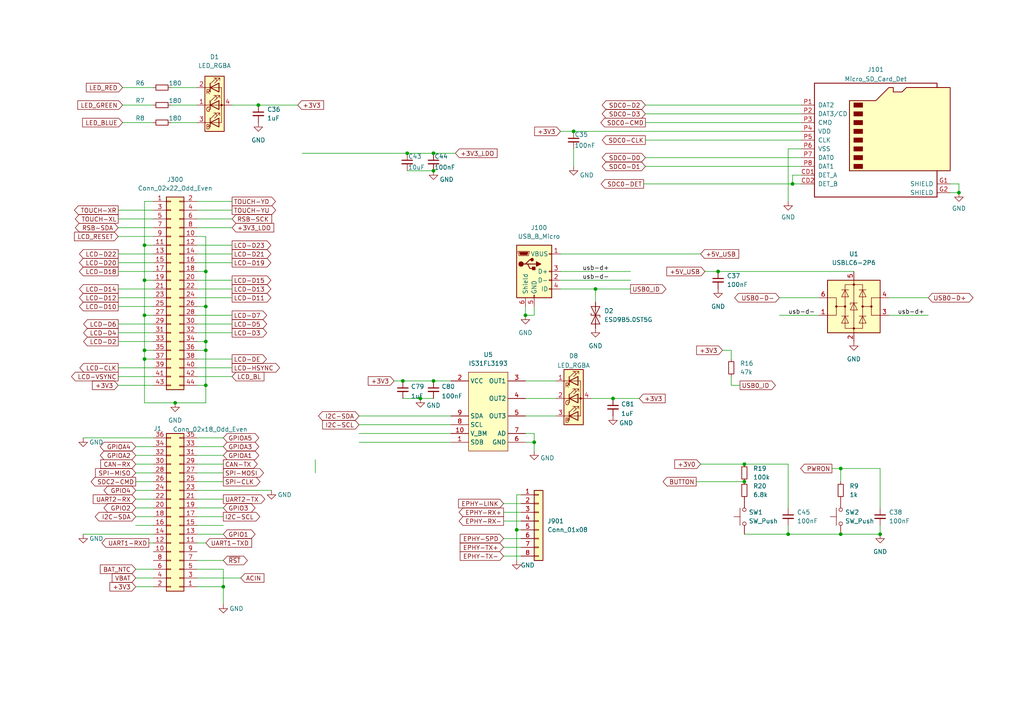
<source format=kicad_sch>
(kicad_sch (version 20250114) (generator "eeschema") (generator_version "9.0")
  (paper "A4")
  (lib_symbols
    (symbol "Connector:USB_B_Micro" (pin_names (offset 1.016))
      (property "Reference" "J" (at -5.08 11.43 0))
      (property "Value" "USB_B_Micro" (at -5.08 8.89 0))
      (symbol "USB_B_Micro_1_1"
        (pin passive line (at -2.54 -10.16 90) (length 2.54) (name "Shield") (number "6"))
        (pin power_out line (at 0 -10.16 90) (length 2.54) (name "GND") (number "5"))
        (pin power_out line (at 7.62 5.08 180) (length 2.54) (name "VBUS") (number "1"))
        (pin bidirectional line (at 7.62 0 180) (length 2.54) (name "D+") (number "3"))
        (pin bidirectional line (at 7.62 -2.54 180) (length 2.54) (name "D-") (number "2"))
        (pin passive line (at 7.62 -5.08 180) (length 2.54) (name "ID") (number "4"))
      )
    )
    (symbol "Connector_Generic:Conn_01x08" (pin_names (offset 1.016) (hide yes))
      (property "Reference" "J" (at 0 10.16 0))
      (property "Value" "Conn_01x08" (at 0 -12.7 0))
      (symbol "Conn_01x08_1_1"
        (pin passive line (at -5.08 7.62 0) (length 3.81) (name "Pin_1") (number "1"))
        (pin passive line (at -5.08 5.08 0) (length 3.81) (name "Pin_2") (number "2"))
        (pin passive line (at -5.08 2.54 0) (length 3.81) (name "Pin_3") (number "3"))
        (pin passive line (at -5.08 0 0) (length 3.81) (name "Pin_4") (number "4"))
        (pin passive line (at -5.08 -2.54 0) (length 3.81) (name "Pin_5") (number "5"))
        (pin passive line (at -5.08 -5.08 0) (length 3.81) (name "Pin_6") (number "6"))
        (pin passive line (at -5.08 -7.62 0) (length 3.81) (name "Pin_7") (number "7"))
        (pin passive line (at -5.08 -10.16 0) (length 3.81) (name "Pin_8") (number "8"))
      )
    )
    (symbol "Connector_Generic:Conn_02x18_Odd_Even" (pin_names (offset 1.016) (hide yes))
      (property "Reference" "J" (at 1.27 22.86 0))
      (property "Value" "Conn_02x18_Odd_Even" (at 1.27 -25.4 0))
      (symbol "Conn_02x18_Odd_Even_1_1"
        (pin passive line (at -5.08 20.32 0) (length 3.81) (name "Pin_1") (number "1"))
        (pin passive line (at -5.08 17.78 0) (length 3.81) (name "Pin_3") (number "3"))
        (pin passive line (at -5.08 15.24 0) (length 3.81) (name "Pin_5") (number "5"))
        (pin passive line (at -5.08 12.7 0) (length 3.81) (name "Pin_7") (number "7"))
        (pin passive line (at -5.08 10.16 0) (length 3.81) (name "Pin_9") (number "9"))
        (pin passive line (at -5.08 7.62 0) (length 3.81) (name "Pin_11") (number "11"))
        (pin passive line (at -5.08 5.08 0) (length 3.81) (name "Pin_13") (number "13"))
        (pin passive line (at -5.08 2.54 0) (length 3.81) (name "Pin_15") (number "15"))
        (pin passive line (at -5.08 0 0) (length 3.81) (name "Pin_17") (number "17"))
        (pin passive line (at -5.08 -2.54 0) (length 3.81) (name "Pin_19") (number "19"))
        (pin passive line (at -5.08 -5.08 0) (length 3.81) (name "Pin_21") (number "21"))
        (pin passive line (at -5.08 -7.62 0) (length 3.81) (name "Pin_23") (number "23"))
        (pin passive line (at -5.08 -10.16 0) (length 3.81) (name "Pin_25") (number "25"))
        (pin passive line (at -5.08 -12.7 0) (length 3.81) (name "Pin_27") (number "27"))
        (pin passive line (at -5.08 -15.24 0) (length 3.81) (name "Pin_29") (number "29"))
        (pin passive line (at -5.08 -17.78 0) (length 3.81) (name "Pin_31") (number "31"))
        (pin passive line (at -5.08 -20.32 0) (length 3.81) (name "Pin_33") (number "33"))
        (pin passive line (at -5.08 -22.86 0) (length 3.81) (name "Pin_35") (number "35"))
        (pin passive line (at 7.62 20.32 180) (length 3.81) (name "Pin_2") (number "2"))
        (pin passive line (at 7.62 17.78 180) (length 3.81) (name "Pin_4") (number "4"))
        (pin passive line (at 7.62 15.24 180) (length 3.81) (name "Pin_6") (number "6"))
        (pin passive line (at 7.62 12.7 180) (length 3.81) (name "Pin_8") (number "8"))
        (pin passive line (at 7.62 10.16 180) (length 3.81) (name "Pin_10") (number "10"))
        (pin passive line (at 7.62 7.62 180) (length 3.81) (name "Pin_12") (number "12"))
        (pin passive line (at 7.62 5.08 180) (length 3.81) (name "Pin_14") (number "14"))
        (pin passive line (at 7.62 2.54 180) (length 3.81) (name "Pin_16") (number "16"))
        (pin passive line (at 7.62 0 180) (length 3.81) (name "Pin_18") (number "18"))
        (pin passive line (at 7.62 -2.54 180) (length 3.81) (name "Pin_20") (number "20"))
        (pin passive line (at 7.62 -5.08 180) (length 3.81) (name "Pin_22") (number "22"))
        (pin passive line (at 7.62 -7.62 180) (length 3.81) (name "Pin_24") (number "24"))
        (pin passive line (at 7.62 -10.16 180) (length 3.81) (name "Pin_26") (number "26"))
        (pin passive line (at 7.62 -12.7 180) (length 3.81) (name "Pin_28") (number "28"))
        (pin passive line (at 7.62 -15.24 180) (length 3.81) (name "Pin_30") (number "30"))
        (pin passive line (at 7.62 -17.78 180) (length 3.81) (name "Pin_32") (number "32"))
        (pin passive line (at 7.62 -20.32 180) (length 3.81) (name "Pin_34") (number "34"))
        (pin passive line (at 7.62 -22.86 180) (length 3.81) (name "Pin_36") (number "36"))
      )
    )
    (symbol "Connector_Generic:Conn_02x22_Odd_Even" (pin_names (offset 1.016) (hide yes))
      (property "Reference" "J" (at 1.27 27.94 0))
      (property "Value" "Conn_02x22_Odd_Even" (at 1.27 -30.48 0))
      (symbol "Conn_02x22_Odd_Even_1_1"
        (pin passive line (at -5.08 25.4 0) (length 3.81) (name "Pin_1") (number "1"))
        (pin passive line (at -5.08 22.86 0) (length 3.81) (name "Pin_3") (number "3"))
        (pin passive line (at -5.08 20.32 0) (length 3.81) (name "Pin_5") (number "5"))
        (pin passive line (at -5.08 17.78 0) (length 3.81) (name "Pin_7") (number "7"))
        (pin passive line (at -5.08 15.24 0) (length 3.81) (name "Pin_9") (number "9"))
        (pin passive line (at -5.08 12.7 0) (length 3.81) (name "Pin_11") (number "11"))
        (pin passive line (at -5.08 10.16 0) (length 3.81) (name "Pin_13") (number "13"))
        (pin passive line (at -5.08 7.62 0) (length 3.81) (name "Pin_15") (number "15"))
        (pin passive line (at -5.08 5.08 0) (length 3.81) (name "Pin_17") (number "17"))
        (pin passive line (at -5.08 2.54 0) (length 3.81) (name "Pin_19") (number "19"))
        (pin passive line (at -5.08 0 0) (length 3.81) (name "Pin_21") (number "21"))
        (pin passive line (at -5.08 -2.54 0) (length 3.81) (name "Pin_23") (number "23"))
        (pin passive line (at -5.08 -5.08 0) (length 3.81) (name "Pin_25") (number "25"))
        (pin passive line (at -5.08 -7.62 0) (length 3.81) (name "Pin_27") (number "27"))
        (pin passive line (at -5.08 -10.16 0) (length 3.81) (name "Pin_29") (number "29"))
        (pin passive line (at -5.08 -12.7 0) (length 3.81) (name "Pin_31") (number "31"))
        (pin passive line (at -5.08 -15.24 0) (length 3.81) (name "Pin_33") (number "33"))
        (pin passive line (at -5.08 -17.78 0) (length 3.81) (name "Pin_35") (number "35"))
        (pin passive line (at -5.08 -20.32 0) (length 3.81) (name "Pin_37") (number "37"))
        (pin passive line (at -5.08 -22.86 0) (length 3.81) (name "Pin_39") (number "39"))
        (pin passive line (at -5.08 -25.4 0) (length 3.81) (name "Pin_41") (number "41"))
        (pin passive line (at -5.08 -27.94 0) (length 3.81) (name "Pin_43") (number "43"))
        (pin passive line (at 7.62 25.4 180) (length 3.81) (name "Pin_2") (number "2"))
        (pin passive line (at 7.62 22.86 180) (length 3.81) (name "Pin_4") (number "4"))
        (pin passive line (at 7.62 20.32 180) (length 3.81) (name "Pin_6") (number "6"))
        (pin passive line (at 7.62 17.78 180) (length 3.81) (name "Pin_8") (number "8"))
        (pin passive line (at 7.62 15.24 180) (length 3.81) (name "Pin_10") (number "10"))
        (pin passive line (at 7.62 12.7 180) (length 3.81) (name "Pin_12") (number "12"))
        (pin passive line (at 7.62 10.16 180) (length 3.81) (name "Pin_14") (number "14"))
        (pin passive line (at 7.62 7.62 180) (length 3.81) (name "Pin_16") (number "16"))
        (pin passive line (at 7.62 5.08 180) (length 3.81) (name "Pin_18") (number "18"))
        (pin passive line (at 7.62 2.54 180) (length 3.81) (name "Pin_20") (number "20"))
        (pin passive line (at 7.62 0 180) (length 3.81) (name "Pin_22") (number "22"))
        (pin passive line (at 7.62 -2.54 180) (length 3.81) (name "Pin_24") (number "24"))
        (pin passive line (at 7.62 -5.08 180) (length 3.81) (name "Pin_26") (number "26"))
        (pin passive line (at 7.62 -7.62 180) (length 3.81) (name "Pin_28") (number "28"))
        (pin passive line (at 7.62 -10.16 180) (length 3.81) (name "Pin_30") (number "30"))
        (pin passive line (at 7.62 -12.7 180) (length 3.81) (name "Pin_32") (number "32"))
        (pin passive line (at 7.62 -15.24 180) (length 3.81) (name "Pin_34") (number "34"))
        (pin passive line (at 7.62 -17.78 180) (length 3.81) (name "Pin_36") (number "36"))
        (pin passive line (at 7.62 -20.32 180) (length 3.81) (name "Pin_38") (number "38"))
        (pin passive line (at 7.62 -22.86 180) (length 3.81) (name "Pin_40") (number "40"))
        (pin passive line (at 7.62 -25.4 180) (length 3.81) (name "Pin_42") (number "42"))
        (pin passive line (at 7.62 -27.94 180) (length 3.81) (name "Pin_44") (number "44"))
      )
    )
    (symbol "Device:C_Small" (pin_numbers (hide yes)) (pin_names (offset 0.254) (hide yes))
      (property "Reference" "C" (at 0.254 1.778 0))
      (property "Value" "C_Small" (at 0.254 -2.032 0))
      (symbol "C_Small_1_1"
        (pin passive line (at 0 2.54 270) (length 2.032) (name "~") (number "1"))
        (pin passive line (at 0 -2.54 90) (length 2.032) (name "~") (number "2"))
      )
    )
    (symbol "Device:LED_GRBA" (pin_names (offset 0) (hide yes))
      (property "Reference" "D" (at 0 9.398 0))
      (property "Value" "LED_GRBA" (at 0 -8.89 0))
      (symbol "LED_GRBA_0_0"
        (text "R" (at -1.905 3.81 0) (effects (font (size 1.27 1.27))))
        (text "G" (at -1.905 -1.27 0) (effects (font (size 1.27 1.27))))
        (text "B" (at -1.905 -6.35 0) (effects (font (size 1.27 1.27))))
      )
      (symbol "LED_GRBA_1_1"
        (pin passive line (at -5.08 5.08 0) (length 2.54) (name "RK") (number "2"))
        (pin passive line (at -5.08 0 0) (length 2.54) (name "GK") (number "1"))
        (pin passive line (at -5.08 -5.08 0) (length 2.54) (name "BK") (number "3"))
        (pin passive line (at 5.08 0 180) (length 2.54) (name "A") (number "4"))
      )
    )
    (symbol "Device:LED_RGBA" (pin_names (offset 0) (hide yes))
      (property "Reference" "D" (at 0 9.398 0))
      (property "Value" "LED_RGBA" (at 0 -8.89 0))
      (symbol "LED_RGBA_0_0"
        (text "R" (at -1.905 3.81 0) (effects (font (size 1.27 1.27))))
        (text "G" (at -1.905 -1.27 0) (effects (font (size 1.27 1.27))))
        (text "B" (at -1.905 -6.35 0) (effects (font (size 1.27 1.27))))
      )
      (symbol "LED_RGBA_1_1"
        (pin passive line (at -5.08 5.08 0) (length 2.54) (name "RK") (number "1"))
        (pin passive line (at -5.08 0 0) (length 2.54) (name "GK") (number "2"))
        (pin passive line (at -5.08 -5.08 0) (length 2.54) (name "BK") (number "3"))
        (pin passive line (at 5.08 0 180) (length 2.54) (name "A") (number "4"))
      )
    )
    (symbol "Device:R_Small" (pin_numbers (hide yes)) (pin_names (offset 0.254) (hide yes))
      (property "Reference" "R" (at 0.762 0.508 0))
      (property "Value" "R_Small" (at 0.762 -1.016 0))
      (symbol "R_Small_1_1"
        (pin passive line (at 0 2.54 270) (length 0.762) (name "~") (number "1"))
        (pin passive line (at 0 -2.54 90) (length 0.762) (name "~") (number "2"))
      )
    )
    (symbol "Diode:ESD9B5.0ST5G" (pin_numbers (hide yes)) (pin_names (offset 1.016) (hide yes))
      (property "Reference" "D" (at 0 2.54 0))
      (property "Value" "ESD9B5.0ST5G" (at 0 -2.54 0))
      (symbol "ESD9B5.0ST5G_1_1"
        (pin passive line (at -3.81 0 0) (length 2.54) (name "A1") (number "1"))
        (pin passive line (at 3.81 0 180) (length 2.54) (name "A2") (number "2"))
      )
    )
    (symbol "Power_Protection:USBLC6-2P6" (pin_names (hide yes))
      (property "Reference" "U" (at 2.54 8.89 0))
      (property "Value" "USBLC6-2P6" (at 2.54 -8.89 0))
      (symbol "USBLC6-2P6_1_1"
        (pin passive line (at -10.16 2.54 0) (length 2.54) (name "I/O1") (number "6"))
        (pin passive line (at -10.16 -2.54 0) (length 2.54) (name "I/O1") (number "1"))
        (pin passive line (at 0 10.16 270) (length 2.54) (name "VBUS") (number "5"))
        (pin passive line (at 0 -10.16 90) (length 2.54) (name "GND") (number "2"))
        (pin passive line (at 10.16 2.54 180) (length 2.54) (name "I/O2") (number "4"))
        (pin passive line (at 10.16 -2.54 180) (length 2.54) (name "I/O2") (number "3"))
      )
    )
    (symbol "Switch:SW_Push" (pin_numbers (hide yes)) (pin_names (offset 1.016) (hide yes))
      (property "Reference" "SW" (at 1.27 2.54 0))
      (property "Value" "SW_Push" (at 0 -1.524 0))
      (symbol "SW_Push_0_1"
        (pin passive line (at -5.08 0 0) (length 2.54) (name "1") (number "1"))
        (pin passive line (at 5.08 0 180) (length 2.54) (name "2") (number "2"))
      )
    )
    (symbol "gct:Micro_SD_Card_Det" (pin_names (offset 1.016))
      (property "Reference" "J" (at -16.51 17.78 0))
      (property "Value" "Micro_SD_Card_Det" (at 16.51 17.78 0))
      (symbol "Micro_SD_Card_Det_1_1"
        (pin bidirectional line (at -22.86 10.16 0) (length 3.81) (name "DAT2") (number "P1"))
        (pin bidirectional line (at -22.86 7.62 0) (length 3.81) (name "DAT3/CD") (number "P2"))
        (pin input line (at -22.86 5.08 0) (length 3.81) (name "CMD") (number "P3"))
        (pin power_in line (at -22.86 2.54 0) (length 3.81) (name "VDD") (number "P4"))
        (pin input line (at -22.86 0 0) (length 3.81) (name "CLK") (number "P5"))
        (pin power_in line (at -22.86 -2.54 0) (length 3.81) (name "VSS") (number "P6"))
        (pin bidirectional line (at -22.86 -5.08 0) (length 3.81) (name "DAT0") (number "P7"))
        (pin bidirectional line (at -22.86 -7.62 0) (length 3.81) (name "DAT1") (number "P8"))
        (pin passive line (at -22.86 -10.16 0) (length 3.81) (name "DET_A") (number "CD1"))
        (pin passive line (at -22.86 -12.7 0) (length 3.81) (name "DET_B") (number "CD2"))
        (pin passive line (at 20.32 -12.7 180) (length 3.81) (name "SHIELD") (number "G1"))
        (pin passive line (at 20.32 -15.24 180) (length 3.81) (name "SHIELD") (number "G2"))
      )
    )
    (symbol "issi:IS31FL3193"
      (property "Reference" "U" (at 0 6.35 0))
      (property "Value" "IS31FL3193" (at 0 3.81 0))
      (symbol "IS31FL3193_1_1"
        (pin input line (at -11.43 -2.54 0) (length 5.08) (name "VCC") (number "2"))
        (pin input line (at -11.43 -12.7 0) (length 5.08) (name "SDA") (number "9"))
        (pin input line (at -11.43 -15.24 0) (length 5.08) (name "SCL") (number "8"))
        (pin input line (at -11.43 -17.78 0) (length 5.08) (name "V_BM") (number "10"))
        (pin input line (at -11.43 -20.32 0) (length 5.08) (name "SDB") (number "1"))
        (pin input line (at 10.16 -2.54 180) (length 5.08) (name "OUT1") (number "3"))
        (pin input line (at 10.16 -7.62 180) (length 5.08) (name "OUT2") (number "4"))
        (pin input line (at 10.16 -12.7 180) (length 5.08) (name "OUT3") (number "5"))
        (pin input line (at 10.16 -17.78 180) (length 5.08) (name "AD") (number "7"))
        (pin input line (at 10.16 -20.32 180) (length 5.08) (hide yes) (name "GND") (number "11"))
        (pin input line (at 10.16 -20.32 180) (length 5.08) (name "GND") (number "6"))
      )
    )
    (symbol "power:GND" (power) (pin_names (offset 0))
      (property "Value" "GND" (at 0 -3.81 0))
      (symbol "GND_1_1"
        (pin power_in line (at 0 0 270) (length 0) (hide yes) (name "GND") (number "1"))
      )
    )
  )
  (junction (at 215.9 139.7))
  (junction (at 125.73 49.53))
  (junction (at 243.84 154.94))
  (junction (at 121.92 115.57))
  (junction (at 59.69 88.9))
  (junction (at 118.11 44.45))
  (junction (at 59.69 111.76))
  (junction (at 172.72 83.82))
  (junction (at 41.91 71.12))
  (junction (at 64.77 170.18))
  (junction (at 154.94 128.27))
  (junction (at 59.69 78.74))
  (junction (at 229.87 53.34) (diameter 0.9144))
  (junction (at 59.69 101.6))
  (junction (at 243.84 135.89))
  (junction (at 177.8 115.57))
  (junction (at 116.84 110.49))
  (junction (at 228.6 154.94))
  (junction (at 125.73 44.45))
  (junction (at 149.86 153.67))
  (junction (at 41.91 101.6))
  (junction (at 215.9 134.62))
  (junction (at 41.91 104.14))
  (junction (at 255.27 154.94))
  (junction (at 166.37 38.1) (diameter 0.9144))
  (junction (at 41.91 91.44))
  (junction (at 59.69 99.06))
  (junction (at 278.13 55.88) (diameter 0.9144))
  (junction (at 208.28 78.74))
  (junction (at 50.8 116.84))
  (junction (at 125.73 110.49))
  (junction (at 152.4 91.44))
  (junction (at 74.93 30.48))
  (junction (at 41.91 81.28))
  (wire (pts (xy 212.09 104.14) (xy 212.09 101.6)))
  (wire (pts (xy 57.15 154.94) (xy 64.77 154.94)))
  (wire (pts (xy 39.37 137.16) (xy 44.45 137.16)))
  (wire (pts (xy 152.4 110.49) (xy 161.29 110.49)))
  (wire (pts (xy 59.69 99.06) (xy 59.69 101.6)))
  (wire (pts (xy 67.31 30.48) (xy 74.93 30.48)))
  (wire (pts (xy 186.69 53.34) (xy 229.87 53.34)))
  (wire (pts (xy 39.37 142.24) (xy 44.45 142.24)))
  (wire (pts (xy 152.4 128.27) (xy 154.94 128.27)))
  (wire (pts (xy 204.47 78.74) (xy 208.28 78.74)))
  (wire (pts (xy 39.37 144.78) (xy 44.45 144.78)))
  (wire (pts (xy 243.84 135.89) (xy 255.27 135.89)))
  (wire (pts (xy 212.09 111.76) (xy 212.09 109.22)))
  (wire (pts (xy 34.29 63.5) (xy 44.45 63.5)))
  (wire (pts (xy 166.37 38.1) (xy 232.41 38.1)))
  (wire (pts (xy 57.15 144.78) (xy 64.77 144.78)))
  (wire (pts (xy 57.15 139.7) (xy 64.77 139.7)))
  (wire (pts (xy 104.14 125.73) (xy 130.81 125.73)))
  (wire (pts (xy 34.29 106.68) (xy 44.45 106.68)))
  (wire (pts (xy 41.91 81.28) (xy 41.91 91.44)))
  (wire (pts (xy 104.14 123.19) (xy 130.81 123.19)))
  (wire (pts (xy 232.41 50.8) (xy 229.87 50.8)))
  (wire (pts (xy 57.15 129.54) (xy 64.77 129.54)))
  (wire (pts (xy 87.63 44.45) (xy 118.11 44.45)))
  (wire (pts (xy 34.29 96.52) (xy 44.45 96.52)))
  (wire (pts (xy 154.94 88.9) (xy 154.94 91.44)))
  (wire (pts (xy 228.6 154.94) (xy 243.84 154.94)))
  (wire (pts (xy 187.198 45.72) (xy 232.41 45.72)))
  (wire (pts (xy 41.91 116.84) (xy 50.8 116.84)))
  (wire (pts (xy 34.29 86.36) (xy 44.45 86.36)))
  (wire (pts (xy 152.4 120.65) (xy 161.29 120.65)))
  (wire (pts (xy 34.29 111.76) (xy 44.45 111.76)))
  (wire (pts (xy 57.15 71.12) (xy 67.31 71.12)))
  (wire (pts (xy 166.37 48.26) (xy 166.37 43.18)))
  (wire (pts (xy 149.86 153.67) (xy 151.13 153.67)))
  (wire (pts (xy 35.56 30.48) (xy 44.45 30.48)))
  (wire (pts (xy 57.15 165.1) (xy 64.77 165.1)))
  (wire (pts (xy 57.15 132.08) (xy 64.77 132.08)))
  (wire (pts (xy 41.91 71.12) (xy 44.45 71.12)))
  (wire (pts (xy 187.198 40.64) (xy 232.41 40.64)))
  (wire (pts (xy 57.15 91.44) (xy 67.31 91.44)))
  (wire (pts (xy 57.15 137.16) (xy 64.77 137.16)))
  (wire (pts (xy 39.37 165.1) (xy 44.45 165.1)))
  (wire (pts (xy 34.29 78.74) (xy 44.45 78.74)))
  (wire (pts (xy 257.81 86.36) (xy 269.24 86.36)))
  (wire (pts (xy 278.13 53.34) (xy 278.13 55.88)))
  (wire (pts (xy 162.56 73.66) (xy 203.2 73.66)))
  (wire (pts (xy 57.15 76.2) (xy 67.31 76.2)))
  (wire (pts (xy 209.55 101.6) (xy 212.09 101.6)))
  (wire (pts (xy 39.37 132.08) (xy 44.45 132.08)))
  (wire (pts (xy 187.198 48.26) (xy 232.41 48.26)))
  (wire (pts (xy 57.15 86.36) (xy 67.31 86.36)))
  (wire (pts (xy 39.37 129.54) (xy 44.45 129.54)))
  (wire (pts (xy 57.15 66.04) (xy 67.31 66.04)))
  (wire (pts (xy 215.9 154.94) (xy 228.6 154.94)))
  (wire (pts (xy 34.29 99.06) (xy 44.45 99.06)))
  (wire (pts (xy 116.84 110.49) (xy 125.73 110.49)))
  (wire (pts (xy 278.13 55.88) (xy 275.59 55.88)))
  (wire (pts (xy 146.05 146.05) (xy 151.13 146.05)))
  (wire (pts (xy 149.86 143.51) (xy 151.13 143.51)))
  (wire (pts (xy 255.27 152.4) (xy 255.27 154.94)))
  (wire (pts (xy 229.87 50.8) (xy 229.87 53.34)))
  (wire (pts (xy 146.05 148.59) (xy 151.13 148.59)))
  (wire (pts (xy 243.84 139.7) (xy 243.84 135.89)))
  (wire (pts (xy 243.84 154.94) (xy 255.27 154.94)))
  (wire (pts (xy 39.37 134.62) (xy 44.45 134.62)))
  (wire (pts (xy 41.91 81.28) (xy 44.45 81.28)))
  (wire (pts (xy 104.14 120.65) (xy 130.81 120.65)))
  (wire (pts (xy 41.91 104.14) (xy 41.91 116.84)))
  (wire (pts (xy 49.53 30.48) (xy 57.15 30.48)))
  (wire (pts (xy 59.69 68.58) (xy 59.69 78.74)))
  (wire (pts (xy 57.15 83.82) (xy 67.31 83.82)))
  (wire (pts (xy 57.15 149.86) (xy 64.77 149.86)))
  (wire (pts (xy 57.15 162.56) (xy 64.77 162.56)))
  (wire (pts (xy 116.84 115.57) (xy 121.92 115.57)))
  (wire (pts (xy 257.81 91.44) (xy 269.24 91.44)))
  (wire (pts (xy 171.45 115.57) (xy 177.8 115.57)))
  (wire (pts (xy 57.15 81.28) (xy 67.31 81.28)))
  (wire (pts (xy 57.15 152.4) (xy 64.77 152.4)))
  (wire (pts (xy 57.15 142.24) (xy 78.74 142.24)))
  (wire (pts (xy 39.37 170.18) (xy 44.45 170.18)))
  (wire (pts (xy 57.15 63.5) (xy 67.31 63.5)))
  (wire (pts (xy 24.13 154.94) (xy 44.45 154.94)))
  (wire (pts (xy 57.15 106.68) (xy 67.31 106.68)))
  (wire (pts (xy 74.93 30.48) (xy 86.36 30.48)))
  (wire (pts (xy 64.77 165.1) (xy 64.77 170.18)))
  (wire (pts (xy 59.69 78.74) (xy 59.69 88.9)))
  (wire (pts (xy 118.11 49.53) (xy 125.73 49.53)))
  (wire (pts (xy 39.37 167.64) (xy 44.45 167.64)))
  (wire (pts (xy 187.198 33.02) (xy 232.41 33.02)))
  (wire (pts (xy 43.18 157.48) (xy 44.45 157.48)))
  (wire (pts (xy 121.92 115.57) (xy 125.73 115.57)))
  (wire (pts (xy 162.56 78.74) (xy 182.88 78.74)))
  (wire (pts (xy 59.69 101.6) (xy 59.69 111.76)))
  (wire (pts (xy 125.73 110.49) (xy 130.81 110.49)))
  (wire (pts (xy 149.86 153.67) (xy 149.86 162.56)))
  (wire (pts (xy 34.29 109.22) (xy 44.45 109.22)))
  (wire (pts (xy 59.69 111.76) (xy 59.69 116.84)))
  (wire (pts (xy 162.56 81.28) (xy 182.88 81.28)))
  (wire (pts (xy 34.29 66.04) (xy 44.45 66.04)))
  (wire (pts (xy 146.05 151.13) (xy 151.13 151.13)))
  (wire (pts (xy 57.15 170.18) (xy 64.77 170.18)))
  (wire (pts (xy 57.15 167.64) (xy 69.85 167.64)))
  (wire (pts (xy 57.15 93.98) (xy 67.31 93.98)))
  (wire (pts (xy 49.53 35.56) (xy 57.15 35.56)))
  (wire (pts (xy 146.05 158.75) (xy 151.13 158.75)))
  (wire (pts (xy 34.29 88.9) (xy 44.45 88.9)))
  (wire (pts (xy 57.15 78.74) (xy 59.69 78.74)))
  (wire (pts (xy 255.27 135.89) (xy 255.27 147.32)))
  (wire (pts (xy 57.15 134.62) (xy 64.77 134.62)))
  (wire (pts (xy 34.29 83.82) (xy 44.45 83.82)))
  (wire (pts (xy 41.91 101.6) (xy 41.91 104.14)))
  (wire (pts (xy 149.86 143.51) (xy 149.86 153.67)))
  (wire (pts (xy 41.91 101.6) (xy 44.45 101.6)))
  (wire (pts (xy 64.77 170.18) (xy 64.77 175.26)))
  (wire (pts (xy 226.06 86.36) (xy 237.49 86.36)))
  (wire (pts (xy 24.13 127) (xy 44.45 127)))
  (wire (pts (xy 57.15 157.48) (xy 59.69 157.48)))
  (wire (pts (xy 39.37 139.7) (xy 44.45 139.7)))
  (wire (pts (xy 162.56 83.82) (xy 172.72 83.82)))
  (wire (pts (xy 57.15 147.32) (xy 64.77 147.32)))
  (wire (pts (xy 228.6 147.32) (xy 228.6 134.62)))
  (wire (pts (xy 208.28 78.74) (xy 247.65 78.74)))
  (wire (pts (xy 39.37 149.86) (xy 44.45 149.86)))
  (wire (pts (xy 44.45 58.42) (xy 41.91 58.42)))
  (wire (pts (xy 152.4 125.73) (xy 154.94 125.73)))
  (wire (pts (xy 57.15 58.42) (xy 67.31 58.42)))
  (wire (pts (xy 59.69 88.9) (xy 59.69 99.06)))
  (wire (pts (xy 49.53 25.4) (xy 57.15 25.4)))
  (wire (pts (xy 241.3 135.89) (xy 243.84 135.89)))
  (wire (pts (xy 57.15 96.52) (xy 67.31 96.52)))
  (wire (pts (xy 39.37 147.32) (xy 44.45 147.32)))
  (wire (pts (xy 57.15 88.9) (xy 59.69 88.9)))
  (wire (pts (xy 226.06 91.44) (xy 237.49 91.44)))
  (wire (pts (xy 214.63 111.76) (xy 212.09 111.76)))
  (wire (pts (xy 232.41 43.18) (xy 228.6 43.18)))
  (wire (pts (xy 172.72 83.82) (xy 172.72 87.63)))
  (wire (pts (xy 34.29 76.2) (xy 44.45 76.2)))
  (wire (pts (xy 35.56 35.56) (xy 44.45 35.56)))
  (wire (pts (xy 41.91 71.12) (xy 41.91 81.28)))
  (wire (pts (xy 59.69 116.84) (xy 50.8 116.84)))
  (wire (pts (xy 41.91 91.44) (xy 44.45 91.44)))
  (wire (pts (xy 114.3 110.49) (xy 116.84 110.49)))
  (wire (pts (xy 146.05 161.29) (xy 151.13 161.29)))
  (wire (pts (xy 34.29 68.58) (xy 44.45 68.58)))
  (wire (pts (xy 57.15 73.66) (xy 67.31 73.66)))
  (wire (pts (xy 57.15 99.06) (xy 59.69 99.06)))
  (wire (pts (xy 152.4 88.9) (xy 152.4 91.44)))
  (wire (pts (xy 275.59 53.34) (xy 278.13 53.34)))
  (wire (pts (xy 34.29 93.98) (xy 44.45 93.98)))
  (wire (pts (xy 34.29 73.66) (xy 44.45 73.66)))
  (wire (pts (xy 146.05 156.21) (xy 151.13 156.21)))
  (wire (pts (xy 228.6 43.18) (xy 228.6 58.42)))
  (wire (pts (xy 57.15 60.96) (xy 67.31 60.96)))
  (wire (pts (xy 201.93 139.7) (xy 215.9 139.7)))
  (wire (pts (xy 35.56 25.4) (xy 44.45 25.4)))
  (wire (pts (xy 228.6 134.62) (xy 215.9 134.62)))
  (wire (pts (xy 162.56 38.1) (xy 166.37 38.1)))
  (wire (pts (xy 91.44 137.16) (xy 91.44 133.35)))
  (wire (pts (xy 118.11 44.45) (xy 125.73 44.45)))
  (wire (pts (xy 154.94 125.73) (xy 154.94 128.27)))
  (wire (pts (xy 57.15 111.76) (xy 59.69 111.76)))
  (wire (pts (xy 57.15 127) (xy 64.77 127)))
  (wire (pts (xy 228.6 152.4) (xy 228.6 154.94)))
  (wire (pts (xy 152.4 115.57) (xy 161.29 115.57)))
  (wire (pts (xy 152.4 91.44) (xy 154.94 91.44)))
  (wire (pts (xy 203.2 134.62) (xy 215.9 134.62)))
  (wire (pts (xy 104.14 128.27) (xy 130.81 128.27)))
  (wire (pts (xy 229.87 53.34) (xy 232.41 53.34)))
  (wire (pts (xy 57.15 101.6) (xy 59.69 101.6)))
  (wire (pts (xy 57.15 68.58) (xy 59.69 68.58)))
  (wire (pts (xy 172.72 83.82) (xy 182.88 83.82)))
  (wire (pts (xy 154.94 128.27) (xy 154.94 130.81)))
  (wire (pts (xy 187.198 30.48) (xy 232.41 30.48)))
  (wire (pts (xy 187.198 35.56) (xy 232.41 35.56)))
  (wire (pts (xy 57.15 104.14) (xy 67.31 104.14)))
  (wire (pts (xy 41.91 91.44) (xy 41.91 101.6)))
  (wire (pts (xy 41.91 104.14) (xy 44.45 104.14)))
  (wire (pts (xy 125.73 44.45) (xy 132.08 44.45)))
  (wire (pts (xy 39.37 152.4) (xy 44.45 152.4)))
  (wire (pts (xy 177.8 115.57) (xy 185.42 115.57)))
  (wire (pts (xy 57.15 109.22) (xy 67.31 109.22)))
  (wire (pts (xy 34.29 60.96) (xy 44.45 60.96)))
  (wire (pts (xy 41.91 58.42) (xy 41.91 71.12)))
  (label "usb-d+" (at 168.91 78.74 0))
  (label "usb-d-" (at 168.91 81.28 0))
  (label "usb-d+" (at 260.35 91.44 0))
  (label "usb-d-" (at 228.6 91.44 0))
  (global_label "GPIO1" (shape bidirectional) (at 64.77 154.94 0) (property "Intersheetrefs" "${INTERSHEET_REFS}" (effects (hide yes))))
  (global_label "I2C-SDA" (shape bidirectional) (at 104.14 120.65 180) (property "Intersheetrefs" "${INTERSHEET_REFS}" (effects (hide yes))))
  (global_label "LCD-D11" (shape output) (at 67.31 86.36 0) (property "Intersheetrefs" "${INTERSHEET_REFS}" (effects (hide yes))))
  (global_label "CAN-TX" (shape output) (at 64.77 134.62 0) (property "Intersheetrefs" "${INTERSHEET_REFS}" (effects (hide yes))))
  (global_label "RSB-SCK" (shape input) (at 67.31 63.5 0) (property "Intersheetrefs" "${INTERSHEET_REFS}" (effects (hide yes))))
  (global_label "+3V3_LDO" (shape input) (at 67.31 66.04 0) (property "Intersheetrefs" "${INTERSHEET_REFS}" (effects (hide yes))))
  (global_label "GPIOA3" (shape bidirectional) (at 64.77 129.54 0) (property "Intersheetrefs" "${INTERSHEET_REFS}" (effects (hide yes))))
  (global_label "LCD-D3" (shape output) (at 67.31 96.52 0) (property "Intersheetrefs" "${INTERSHEET_REFS}" (effects (hide yes))))
  (global_label "BAT_NTC" (shape input) (at 39.37 165.1 180) (property "Intersheetrefs" "${INTERSHEET_REFS}" (effects (hide yes))))
  (global_label "+5V_USB" (shape input) (at 203.2 73.66 0) (property "Intersheetrefs" "${INTERSHEET_REFS}" (effects (hide yes))))
  (global_label "SPI-MISO" (shape input) (at 39.37 137.16 180) (property "Intersheetrefs" "${INTERSHEET_REFS}" (effects (hide yes))))
  (global_label "EPHY-RX+" (shape output) (at 146.05 148.59 180) (property "Intersheetrefs" "${INTERSHEET_REFS}" (effects (hide yes))))
  (global_label "LCD-D22" (shape output) (at 34.29 73.66 180) (property "Intersheetrefs" "${INTERSHEET_REFS}" (effects (hide yes))))
  (global_label "TOUCH-XR" (shape output) (at 34.29 60.96 180) (property "Intersheetrefs" "${INTERSHEET_REFS}" (effects (hide yes))))
  (global_label "GPIO4" (shape bidirectional) (at 39.37 142.24 180) (property "Intersheetrefs" "${INTERSHEET_REFS}" (effects (hide yes))))
  (global_label "LCD_RESET" (shape input) (at 34.29 68.58 180) (property "Intersheetrefs" "${INTERSHEET_REFS}" (effects (hide yes))))
  (global_label "EPHY-TX-" (shape input) (at 146.05 161.29 180) (property "Intersheetrefs" "${INTERSHEET_REFS}" (effects (hide yes))))
  (global_label "SDC0-DET" (shape output) (at 186.69 53.34 180) (property "Intersheetrefs" "${INTERSHEET_REFS}" (effects (hide yes))))
  (global_label "EPHY-TX+" (shape input) (at 146.05 158.75 180) (property "Intersheetrefs" "${INTERSHEET_REFS}" (effects (hide yes))))
  (global_label "+3V3" (shape input) (at 39.37 170.18 180) (property "Intersheetrefs" "${INTERSHEET_REFS}" (effects (hide yes))))
  (global_label "+3V3" (shape input) (at 114.3 110.49 180) (property "Intersheetrefs" "${INTERSHEET_REFS}" (effects (hide yes))))
  (global_label "GPIOA5" (shape bidirectional) (at 64.77 127 0) (property "Intersheetrefs" "${INTERSHEET_REFS}" (effects (hide yes))))
  (global_label "USB0_ID" (shape output) (at 214.63 111.76 0) (property "Intersheetrefs" "${INTERSHEET_REFS}" (effects (hide yes))))
  (global_label "I2C-SDA" (shape bidirectional) (at 39.37 149.86 180) (property "Intersheetrefs" "${INTERSHEET_REFS}" (effects (hide yes))))
  (global_label "~{RST}" (shape bidirectional) (at 64.77 162.56 0) (property "Intersheetrefs" "${INTERSHEET_REFS}" (effects (hide yes))))
  (global_label "USB0_ID" (shape output) (at 182.88 83.82 0) (property "Intersheetrefs" "${INTERSHEET_REFS}" (effects (hide yes))))
  (global_label "EPHY-LINK" (shape input) (at 146.05 146.05 180) (property "Intersheetrefs" "${INTERSHEET_REFS}" (effects (hide yes))))
  (global_label "LCD_BL" (shape input) (at 67.31 109.22 0) (property "Intersheetrefs" "${INTERSHEET_REFS}" (effects (hide yes))))
  (global_label "+3V3_LDO" (shape input) (at 132.08 44.45 0) (property "Intersheetrefs" "${INTERSHEET_REFS}" (effects (hide yes))))
  (global_label "LCD-D10" (shape output) (at 34.29 88.9 180) (property "Intersheetrefs" "${INTERSHEET_REFS}" (effects (hide yes))))
  (global_label "RSB-SDA" (shape bidirectional) (at 34.29 66.04 180) (property "Intersheetrefs" "${INTERSHEET_REFS}" (effects (hide yes))))
  (global_label "LCD-D20" (shape output) (at 34.29 76.2 180) (property "Intersheetrefs" "${INTERSHEET_REFS}" (effects (hide yes))))
  (global_label "ACIN" (shape input) (at 69.85 167.64 0) (property "Intersheetrefs" "${INTERSHEET_REFS}" (effects (hide yes))))
  (global_label "USB0-D-" (shape bidirectional) (at 226.06 86.36 180) (property "Intersheetrefs" "${INTERSHEET_REFS}" (effects (hide yes))))
  (global_label "UART1-RXD" (shape output) (at 43.18 157.48 180) (property "Intersheetrefs" "${INTERSHEET_REFS}" (effects (hide yes))))
  (global_label "LED_GREEN" (shape input) (at 35.56 30.48 180) (property "Intersheetrefs" "${INTERSHEET_REFS}" (effects (hide yes))))
  (global_label "LCD-D18" (shape output) (at 34.29 78.74 180) (property "Intersheetrefs" "${INTERSHEET_REFS}" (effects (hide yes))))
  (global_label "BUTTON" (shape output) (at 201.93 139.7 180) (property "Intersheetrefs" "${INTERSHEET_REFS}" (effects (hide yes))))
  (global_label "LCD-D7" (shape output) (at 67.31 91.44 0) (property "Intersheetrefs" "${INTERSHEET_REFS}" (effects (hide yes))))
  (global_label "SDC0-D0" (shape bidirectional) (at 187.198 45.72 180) (property "Intersheetrefs" "${INTERSHEET_REFS}" (effects (hide yes))))
  (global_label "+3V3" (shape input) (at 185.42 115.57 0) (property "Intersheetrefs" "${INTERSHEET_REFS}" (effects (hide yes))))
  (global_label "UART2-RX" (shape input) (at 39.37 144.78 180) (property "Intersheetrefs" "${INTERSHEET_REFS}" (effects (hide yes))))
  (global_label "+3V0" (shape input) (at 203.2 134.62 180) (property "Intersheetrefs" "${INTERSHEET_REFS}" (effects (hide yes))))
  (global_label "LCD-VSYNC" (shape output) (at 34.29 109.22 180) (property "Intersheetrefs" "${INTERSHEET_REFS}" (effects (hide yes))))
  (global_label "LED_RED" (shape input) (at 35.56 25.4 180) (property "Intersheetrefs" "${INTERSHEET_REFS}" (effects (hide yes))))
  (global_label "UART1-TXD" (shape input) (at 59.69 157.48 0) (property "Intersheetrefs" "${INTERSHEET_REFS}" (effects (hide yes))))
  (global_label "SPI-MOSI" (shape output) (at 64.77 137.16 0) (property "Intersheetrefs" "${INTERSHEET_REFS}" (effects (hide yes))))
  (global_label "+3V3" (shape input) (at 162.56 38.1 180) (property "Intersheetrefs" "${INTERSHEET_REFS}" (effects (hide yes))))
  (global_label "GPIOA4" (shape bidirectional) (at 39.37 129.54 180) (property "Intersheetrefs" "${INTERSHEET_REFS}" (effects (hide yes))))
  (global_label "USB0-D+" (shape bidirectional) (at 269.24 86.36 0) (property "Intersheetrefs" "${INTERSHEET_REFS}" (effects (hide yes))))
  (global_label "LCD-D14" (shape output) (at 34.29 83.82 180) (property "Intersheetrefs" "${INTERSHEET_REFS}" (effects (hide yes))))
  (global_label "PWRON" (shape output) (at 241.3 135.89 180) (property "Intersheetrefs" "${INTERSHEET_REFS}" (effects (hide yes))))
  (global_label "LCD-D23" (shape output) (at 67.31 71.12 0) (property "Intersheetrefs" "${INTERSHEET_REFS}" (effects (hide yes))))
  (global_label "+3V3" (shape input) (at 34.29 111.76 180) (property "Intersheetrefs" "${INTERSHEET_REFS}" (effects (hide yes))))
  (global_label "EPHY-SPD" (shape input) (at 146.05 156.21 180) (property "Intersheetrefs" "${INTERSHEET_REFS}" (effects (hide yes))))
  (global_label "+5V_USB" (shape input) (at 204.47 78.74 180) (property "Intersheetrefs" "${INTERSHEET_REFS}" (effects (hide yes))))
  (global_label "LCD-D15" (shape output) (at 67.31 81.28 0) (property "Intersheetrefs" "${INTERSHEET_REFS}" (effects (hide yes))))
  (global_label "SDC0-D3" (shape bidirectional) (at 187.198 33.02 180) (property "Intersheetrefs" "${INTERSHEET_REFS}" (effects (hide yes))))
  (global_label "SDC2-CMD" (shape output) (at 39.37 139.7 180) (property "Intersheetrefs" "${INTERSHEET_REFS}" (effects (hide yes))))
  (global_label "LCD-DE" (shape output) (at 67.31 104.14 0) (property "Intersheetrefs" "${INTERSHEET_REFS}" (effects (hide yes))))
  (global_label "I2C-SCL" (shape input) (at 104.14 123.19 180) (property "Intersheetrefs" "${INTERSHEET_REFS}" (effects (hide yes))))
  (global_label "TOUCH-XL" (shape output) (at 34.29 63.5 180) (property "Intersheetrefs" "${INTERSHEET_REFS}" (effects (hide yes))))
  (global_label "LCD-CLK" (shape output) (at 34.29 106.68 180) (property "Intersheetrefs" "${INTERSHEET_REFS}" (effects (hide yes))))
  (global_label "UART2-TX" (shape output) (at 64.77 144.78 0) (property "Intersheetrefs" "${INTERSHEET_REFS}" (effects (hide yes))))
  (global_label "GPIO3" (shape bidirectional) (at 64.77 147.32 0) (property "Intersheetrefs" "${INTERSHEET_REFS}" (effects (hide yes))))
  (global_label "I2C-SCL" (shape output) (at 64.77 149.86 0) (property "Intersheetrefs" "${INTERSHEET_REFS}" (effects (hide yes))))
  (global_label "LCD-D13" (shape output) (at 67.31 83.82 0) (property "Intersheetrefs" "${INTERSHEET_REFS}" (effects (hide yes))))
  (global_label "GPIOA1" (shape bidirectional) (at 64.77 132.08 0) (property "Intersheetrefs" "${INTERSHEET_REFS}" (effects (hide yes))))
  (global_label "SPI-CLK" (shape output) (at 64.77 139.7 0) (property "Intersheetrefs" "${INTERSHEET_REFS}" (effects (hide yes))))
  (global_label "TOUCH-YD" (shape output) (at 67.31 58.42 0) (property "Intersheetrefs" "${INTERSHEET_REFS}" (effects (hide yes))))
  (global_label "LCD-HSYNC" (shape output) (at 67.31 106.68 0) (property "Intersheetrefs" "${INTERSHEET_REFS}" (effects (hide yes))))
  (global_label "LED_BLUE" (shape input) (at 35.56 35.56 180) (property "Intersheetrefs" "${INTERSHEET_REFS}" (effects (hide yes))))
  (global_label "+3V3" (shape input) (at 209.55 101.6 180) (property "Intersheetrefs" "${INTERSHEET_REFS}" (effects (hide yes))))
  (global_label "EPHY-RX-" (shape output) (at 146.05 151.13 180) (property "Intersheetrefs" "${INTERSHEET_REFS}" (effects (hide yes))))
  (global_label "LCD-D4" (shape output) (at 34.29 96.52 180) (property "Intersheetrefs" "${INTERSHEET_REFS}" (effects (hide yes))))
  (global_label "LCD-D19" (shape output) (at 67.31 76.2 0) (property "Intersheetrefs" "${INTERSHEET_REFS}" (effects (hide yes))))
  (global_label "SDC0-D2" (shape bidirectional) (at 187.198 30.48 180) (property "Intersheetrefs" "${INTERSHEET_REFS}" (effects (hide yes))))
  (global_label "LCD-D6" (shape output) (at 34.29 93.98 180) (property "Intersheetrefs" "${INTERSHEET_REFS}" (effects (hide yes))))
  (global_label "LCD-D2" (shape output) (at 34.29 99.06 180) (property "Intersheetrefs" "${INTERSHEET_REFS}" (effects (hide yes))))
  (global_label "GPIOA2" (shape bidirectional) (at 39.37 132.08 180) (property "Intersheetrefs" "${INTERSHEET_REFS}" (effects (hide yes))))
  (global_label "LCD-D12" (shape output) (at 34.29 86.36 180) (property "Intersheetrefs" "${INTERSHEET_REFS}" (effects (hide yes))))
  (global_label "SDC0-D1" (shape bidirectional) (at 187.198 48.26 180) (property "Intersheetrefs" "${INTERSHEET_REFS}" (effects (hide yes))))
  (global_label "CAN-RX" (shape input) (at 39.37 134.62 180) (property "Intersheetrefs" "${INTERSHEET_REFS}" (effects (hide yes))))
  (global_label "LCD-D21" (shape output) (at 67.31 73.66 0) (property "Intersheetrefs" "${INTERSHEET_REFS}" (effects (hide yes))))
  (global_label "SDC0-CLK" (shape output) (at 187.198 40.64 180) (property "Intersheetrefs" "${INTERSHEET_REFS}" (effects (hide yes))))
  (global_label "LCD-D5" (shape output) (at 67.31 93.98 0) (property "Intersheetrefs" "${INTERSHEET_REFS}" (effects (hide yes))))
  (global_label "TOUCH-YU" (shape output) (at 67.31 60.96 0) (property "Intersheetrefs" "${INTERSHEET_REFS}" (effects (hide yes))))
  (global_label "+3V3" (shape input) (at 86.36 30.48 0) (property "Intersheetrefs" "${INTERSHEET_REFS}" (effects (hide yes))))
  (global_label "GPIO2" (shape bidirectional) (at 39.37 147.32 180) (property "Intersheetrefs" "${INTERSHEET_REFS}" (effects (hide yes))))
  (global_label "VBAT" (shape input) (at 39.37 167.64 180) (property "Intersheetrefs" "${INTERSHEET_REFS}" (effects (hide yes))))
  (global_label "SDC0-CMD" (shape output) (at 187.198 35.56 180) (property "Intersheetrefs" "${INTERSHEET_REFS}" (effects (hide yes))))
  (symbol (lib_id "Device:LED_GRBA") (at 62.23 30.48 0) (unit 1)
    (property "Reference" "D1" (at 62.23 16.51 0))
    (property "Value" "LED_RGBA" (at 62.23 19.05 0))
    (property "Footprint" "led:rgb-1204" (effects (hide yes)))
  )
  (symbol (lib_id "Connector:USB_B_Micro") (at 154.94 78.74 0) (unit 1)
    (property "Reference" "J100" (at 156.337 66.04 0))
    (property "Value" "USB_B_Micro" (at 156.337 68.58 0))
    (property "Footprint" "Connector_USB:USB_Micro-B_Amphenol_10103594-0001LF_Horizontal" (effects (hide yes)))
  )
  (symbol (lib_id "Device:C_Small") (at 74.93 33.02 0) (unit 1)
    (property "Reference" "C36" (at 77.47 31.7499 0) (effects (justify left)))
    (property "Value" "1uF" (at 77.47 34.2899 0) (effects (justify left)))
    (property "Footprint" "Capacitor_SMD:C_0402_1005Metric" (effects (hide yes)))
  )
  (symbol (lib_id "Device:C_Small") (at 208.28 81.28 0) (unit 1)
    (property "Reference" "C37" (at 210.82 80.0099 0) (effects (justify left)))
    (property "Value" "100nF" (at 210.82 82.5499 0) (effects (justify left)))
    (property "Footprint" "Capacitor_SMD:C_0402_1005Metric" (effects (hide yes)))
  )
  (symbol (lib_id "Connector_Generic:Conn_02x18_Odd_Even") (at 52.07 149.86 180) (unit 1)
    (property "Reference" "J1" (at 45.72 124.3034 0))
    (property "Value" "Conn_02x18_Odd_Even" (at 60.96 124.5385 0))
    (property "Footprint" "Connector_PinHeader_2.54mm:PinHeader_2x18_P2.54mm_Vertical" (effects (hide yes)))
  )
  (symbol (lib_id "power:GND") (at 24.13 127 0) (unit 1)
    (property "Reference" "#PWR0125" (effects (hide yes)))
    (property "Value" "GND" (at 27.94 128.27 0))
  )
  (symbol (lib_id "power:GND") (at 152.4 91.44 0) (unit 1)
    (property "Reference" "#PWR0123" (effects (hide yes)))
    (property "Value" "GND" (at 152.4 96.52 0))
  )
  (symbol (lib_id "power:GND") (at 154.94 130.81 0) (unit 1)
    (property "Reference" "#PWR023" (effects (hide yes)))
    (property "Value" "GND" (at 158.75 132.8326 0))
  )
  (symbol (lib_id "Device:R_Small") (at 215.9 137.16 0) (unit 1)
    (property "Reference" "R19" (at 218.44 135.8899 0) (effects (justify left)))
    (property "Value" "100k" (at 218.44 138.4299 0) (effects (justify left)))
    (property "Footprint" "Resistor_SMD:R_0402_1005Metric" (effects (hide yes)))
  )
  (symbol (lib_id "power:GND") (at 121.92 115.57 0) (unit 1)
    (property "Reference" "#PWR022" (effects (hide yes)))
    (property "Value" "GND" (at 125.73 117.5926 0))
  )
  (symbol (lib_id "power:GND") (at 278.13 55.88 0) (unit 1)
    (property "Reference" "#PWR0118" (effects (hide yes)))
    (property "Value" "GND" (at 278.13 60.4426 0))
  )
  (symbol (lib_id "Device:C_Small") (at 166.37 40.64 0) (unit 1)
    (property "Reference" "C35" (at 166.6451 39.0134 0) (effects (justify left)))
    (property "Value" "100nF" (at 166.5966 42.1995 0) (effects (justify left)))
    (property "Footprint" "Capacitor_SMD:C_0603_1608Metric" (effects (hide yes)))
  )
  (symbol (lib_id "power:GND") (at 64.77 175.26 0) (unit 1)
    (property "Reference" "#PWR0122" (effects (hide yes)))
    (property "Value" "GND" (at 68.58 176.53 0))
  )
  (symbol (lib_id "power:GND") (at 172.72 95.25 0) (unit 1)
    (property "Reference" "#PWR0166" (effects (hide yes)))
    (property "Value" "GND" (at 172.72 100.33 0))
  )
  (symbol (lib_id "Device:R_Small") (at 215.9 142.24 0) (unit 1)
    (property "Reference" "R20" (at 218.44 140.9699 0) (effects (justify left)))
    (property "Value" "6.8k" (at 218.44 143.5099 0) (effects (justify left)))
    (property "Footprint" "Resistor_SMD:R_0402_1005Metric" (effects (hide yes)))
  )
  (symbol (lib_id "Device:R_Small") (at 243.84 142.24 0) (unit 1)
    (property "Reference" "R9" (at 246.38 140.9699 0) (effects (justify left)))
    (property "Value" "1k" (at 246.38 143.5099 0) (effects (justify left)))
    (property "Footprint" "Resistor_SMD:R_0402_1005Metric" (effects (hide yes)))
  )
  (symbol (lib_id "Device:C_Small") (at 177.8 118.11 0) (unit 1)
    (property "Reference" "C81" (at 180.1242 117.2015 0) (effects (justify left)))
    (property "Value" "1uF" (at 180.1242 119.9766 0) (effects (justify left)))
    (property "Footprint" "Capacitor_SMD:C_0402_1005Metric" (effects (hide yes)))
  )
  (symbol (lib_id "Connector_Generic:Conn_02x22_Odd_Even") (at 49.53 83.82 0) (unit 1)
    (property "Reference" "J300" (at 50.8 52.07 0))
    (property "Value" "Conn_02x22_Odd_Even" (at 50.8 54.61 0))
    (property "Footprint" "Connector_PinHeader_1.27mm:PinHeader_2x22_P1.27mm_Vertical" (effects (hide yes)))
  )
  (symbol (lib_id "Device:LED_RGBA") (at 166.37 115.57 0) (unit 1)
    (property "Reference" "D8" (at 166.37 103.2214 0))
    (property "Value" "LED_RGBA" (at 166.37 105.9965 0))
    (property "Footprint" "led:rgb-1204" (effects (hide yes)))
  )
  (symbol (lib_id "power:GND") (at 50.8 116.84 0) (unit 1)
    (property "Reference" "#PWR0171" (effects (hide yes)))
    (property "Value" "GND" (at 50.8 121.92 0))
  )
  (symbol (lib_id "Device:C_Small") (at 125.73 113.03 0) (unit 1)
    (property "Reference" "C80" (at 128.0542 112.1215 0) (effects (justify left)))
    (property "Value" "100nF" (at 128.0542 114.8966 0) (effects (justify left)))
    (property "Footprint" "Capacitor_SMD:C_0402_1005Metric" (effects (hide yes)))
  )
  (symbol (lib_id "issi:IS31FL3193") (at 142.24 107.95 0) (unit 1)
    (property "Reference" "U5" (at 141.605 102.87 0))
    (property "Value" "IS31FL3193" (at 141.605 105.41 0))
    (property "Footprint" "Package_DFN_QFN:DFN-10-1EP_3x3mm_P0.5mm_EP1.7x2.5mm" (effects (hide yes)))
  )
  (symbol (lib_id "Connector_Generic:Conn_01x08") (at 156.21 151.13 0) (unit 1)
    (property "Reference" "J901" (at 158.75 151.1299 0) (effects (justify left)))
    (property "Value" "Conn_01x08" (at 158.75 153.6699 0) (effects (justify left)))
    (property "Footprint" "Connector_PinSocket_1.27mm:PinSocket_2x04_P1.27mm_Vertical" (effects (hide yes)))
    (property "Description" "Generic connector, single row, 01x08, script generated (kicad-library-utils/schlib/autogen/connector/)" (effects (hide yes)))
  )
  (symbol (lib_id "Device:R_Small") (at 212.09 106.68 0) (unit 1)
    (property "Reference" "R16" (at 214.63 105.4099 0) (effects (justify left)))
    (property "Value" "47k" (at 214.63 107.9499 0) (effects (justify left)))
    (property "Footprint" "Resistor_SMD:R_0402_1005Metric" (effects (hide yes)))
  )
  (symbol (lib_id "gct:Micro_SD_Card_Det") (at 255.27 40.64 0) (unit 1)
    (property "Reference" "J101" (at 254 20.1634 0))
    (property "Value" "Micro_SD_Card_Det" (at 254 22.9385 0))
    (property "Footprint" "gct:MEM20610118800A" (effects (hide yes)))
    (property "Datasheet" "https://www.hirose.com/product/en/download_file/key_name/DM3/category/Catalog/doc_file_id/49662/?file_category_id=4&item_id=195&is_series=1" (effects (hide yes)))
  )
  (symbol (lib_id "power:GND") (at 228.6 58.42 0) (unit 1)
    (property "Reference" "#PWR0119" (effects (hide yes)))
    (property "Value" "GND" (at 228.6 62.9826 0))
  )
  (symbol (lib_id "power:GND") (at 208.28 83.82 0) (unit 1)
    (property "Reference" "#PWR0128" (effects (hide yes)))
    (property "Value" "GND" (at 208.28 88.9 0))
  )
  (symbol (lib_id "Device:R_Small") (at 46.99 25.4 90) (unit 1)
    (property "Reference" "R6" (at 40.64 24.13 90))
    (property "Value" "180" (at 50.8 24.13 90))
    (property "Footprint" "Resistor_SMD:R_0402_1005Metric" (effects (hide yes)))
  )
  (symbol (lib_id "Power_Protection:USBLC6-2P6") (at 247.65 88.9 0) (unit 1)
    (property "Reference" "U1" (at 247.65 73.66 0))
    (property "Value" "USBLC6-2P6" (at 247.65 76.2 0))
    (property "Footprint" "Package_TO_SOT_SMD:SOT-23-6" (effects (hide yes)))
    (property "Datasheet" "https://www.st.com/resource/en/datasheet/usblc6-2.pdf" (effects (hide yes)))
  )
  (symbol (lib_id "Device:R_Small") (at 46.99 30.48 90) (unit 1)
    (property "Reference" "R7" (at 40.64 29.21 90))
    (property "Value" "180" (at 50.8 29.21 90))
    (property "Footprint" "Resistor_SMD:R_0402_1005Metric" (effects (hide yes)))
  )
  (symbol (lib_id "Device:C_Small") (at 116.84 113.03 0) (unit 1)
    (property "Reference" "C79" (at 119.1642 112.1215 0) (effects (justify left)))
    (property "Value" "1uF" (at 119.1642 114.8966 0) (effects (justify left)))
    (property "Footprint" "Capacitor_SMD:C_0402_1005Metric" (effects (hide yes)))
  )
  (symbol (lib_id "Device:C_Small") (at 228.6 149.86 0) (unit 1)
    (property "Reference" "C45" (at 231.14 148.5899 0) (effects (justify left)))
    (property "Value" "100nF" (at 231.14 151.1299 0) (effects (justify left)))
    (property "Footprint" "Capacitor_SMD:C_0402_1005Metric" (effects (hide yes)))
  )
  (symbol (lib_id "Device:R_Small") (at 46.99 35.56 90) (unit 1)
    (property "Reference" "R8" (at 40.64 34.29 90))
    (property "Value" "180" (at 50.8 34.29 90))
    (property "Footprint" "Resistor_SMD:R_0402_1005Metric" (effects (hide yes)))
  )
  (symbol (lib_id "power:GND") (at 125.73 49.53 0) (unit 1)
    (property "Reference" "#PWR0172" (effects (hide yes)))
    (property "Value" "GND" (at 129.54 52.07 0))
  )
  (symbol (lib_id "power:GND") (at 255.27 154.94 0) (unit 1)
    (property "Reference" "#PWR0130" (effects (hide yes)))
    (property "Value" "GND" (at 255.27 160.02 0))
  )
  (symbol (lib_id "power:GND") (at 149.86 162.56 0) (unit 1)
    (property "Reference" "#PWR025" (effects (hide yes)))
    (property "Value" "GND" (at 153.035 163.9476 0))
  )
  (symbol (lib_id "power:GND") (at 74.93 35.56 0) (unit 1)
    (property "Reference" "#PWR0124" (effects (hide yes)))
    (property "Value" "GND" (at 74.93 40.64 0))
  )
  (symbol (lib_id "Diode:ESD9B5.0ST5G") (at 172.72 91.44 270) (unit 1)
    (property "Reference" "D2" (at 175.26 90.1699 90) (effects (justify left)))
    (property "Value" "ESD9B5.0ST5G" (at 175.26 92.7099 90) (effects (justify left)))
    (property "Footprint" "Diode_SMD:D_SOD-923" (effects (hide yes)))
    (property "Datasheet" "https://www.onsemi.com/pub/Collateral/ESD9B-D.PDF" (effects (hide yes)))
  )
  (symbol (lib_id "Switch:SW_Push") (at 243.84 149.86 90) (unit 1)
    (property "Reference" "SW2" (at 245.11 148.5899 90) (effects (justify right)))
    (property "Value" "SW_Push" (at 245.11 151.1299 90) (effects (justify right)))
    (property "Footprint" "Button_Switch_SMD:SW_SPST_EVQP7C" (effects (hide yes)))
  )
  (symbol (lib_id "Device:C_Small") (at 118.11 46.99 0) (unit 1)
    (property "Reference" "C43" (at 118.3851 45.3634 0) (effects (justify left)))
    (property "Value" "10uF" (at 118.3366 48.5495 0) (effects (justify left)))
    (property "Footprint" "Capacitor_SMD:C_0603_1608Metric" (effects (hide yes)))
  )
  (symbol (lib_id "power:GND") (at 177.8 120.65 0) (unit 1)
    (property "Reference" "#PWR024" (effects (hide yes)))
    (property "Value" "GND" (at 181.61 122.6726 0))
  )
  (symbol (lib_id "Device:C_Small") (at 255.27 149.86 0) (unit 1)
    (property "Reference" "C38" (at 257.81 148.5899 0) (effects (justify left)))
    (property "Value" "100nF" (at 257.81 151.1299 0) (effects (justify left)))
    (property "Footprint" "Capacitor_SMD:C_0402_1005Metric" (effects (hide yes)))
  )
  (symbol (lib_id "power:GND") (at 24.13 154.94 0) (unit 1)
    (property "Reference" "#PWR0127" (effects (hide yes)))
    (property "Value" "GND" (at 27.94 156.21 0))
  )
  (symbol (lib_id "power:GND") (at 247.65 99.06 0) (unit 1)
    (property "Reference" "#PWR0129" (effects (hide yes)))
    (property "Value" "GND" (at 247.65 104.14 0))
  )
  (symbol (lib_id "power:GND") (at 78.74 142.24 0) (unit 1)
    (property "Reference" "#PWR0121" (effects (hide yes)))
    (property "Value" "GND" (at 82.55 143.51 0))
  )
  (symbol (lib_id "power:GND") (at 166.37 48.26 0) (unit 1)
    (property "Reference" "#PWR0120" (effects (hide yes)))
    (property "Value" "GND" (at 170.18 50.8 0))
  )
  (symbol (lib_id "Device:C_Small") (at 125.73 46.99 0) (unit 1)
    (property "Reference" "C44" (at 126.0051 45.3634 0) (effects (justify left)))
    (property "Value" "100nF" (at 125.9566 48.5495 0) (effects (justify left)))
    (property "Footprint" "Capacitor_SMD:C_0402_1005Metric" (effects (hide yes)))
  )
  (symbol (lib_id "Switch:SW_Push") (at 215.9 149.86 90) (unit 1)
    (property "Reference" "SW1" (at 217.17 148.5899 90) (effects (justify right)))
    (property "Value" "SW_Push" (at 217.17 151.1299 90) (effects (justify right)))
    (property "Footprint" "Button_Switch_SMD:SW_SPST_EVQP7C" (effects (hide yes)))
  )
)
</source>
